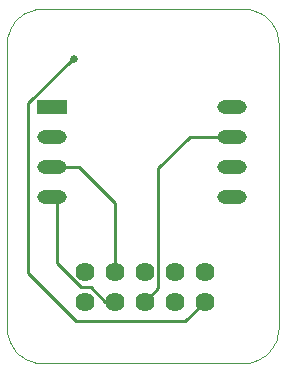
<source format=gbl>
G04*
G04 #@! TF.GenerationSoftware,Altium Limited,Altium Designer,20.1.14 (287)*
G04*
G04 Layer_Physical_Order=2*
G04 Layer_Color=16711680*
%FSLAX25Y25*%
%MOIN*%
G70*
G04*
G04 #@! TF.SameCoordinates,AECB5131-AEB6-4EF0-9EC0-680490A520C0*
G04*
G04*
G04 #@! TF.FilePolarity,Positive*
G04*
G01*
G75*
%ADD13C,0.01000*%
%ADD14C,0.00050*%
%ADD22O,0.09843X0.04724*%
%ADD23R,0.09843X0.04724*%
%ADD24C,0.06378*%
%ADD25C,0.02500*%
D13*
X21896Y101500D02*
X22500D01*
X7000Y86604D02*
X21896Y101500D01*
X7000Y30000D02*
Y86604D01*
Y30000D02*
X23000Y14000D01*
X59500D02*
X66000Y20500D01*
X23000Y14000D02*
X59500D01*
X16600Y33500D02*
Y55500D01*
X32800Y20500D02*
X36000D01*
X27900Y25400D02*
X32800Y20500D01*
X24700Y25400D02*
X27900D01*
X16600Y33500D02*
X24700Y25400D01*
X15000Y55500D02*
X16600D01*
X36000Y30500D02*
Y53500D01*
X24000Y65500D02*
X36000Y53500D01*
X15000Y65500D02*
X24000D01*
X46000Y20500D02*
X50500Y25000D01*
Y65000D01*
X61000Y75500D01*
X75000D01*
D14*
X78740Y0D02*
X79716Y40D01*
X80684Y161D01*
X81640Y361D01*
X82575Y640D01*
X83485Y995D01*
X84362Y1424D01*
X85200Y1923D01*
X85995Y2490D01*
X86739Y3121D01*
X87430Y3812D01*
X88061Y4557D01*
X88628Y5351D01*
X89128Y6190D01*
X89556Y7067D01*
X89911Y7976D01*
X90190Y8912D01*
X90390Y9867D01*
X90511Y10836D01*
X90551Y11811D01*
X90551Y106299D02*
X90511Y107275D01*
X90390Y108243D01*
X90190Y109199D01*
X89911Y110134D01*
X89556Y111044D01*
X89128Y111921D01*
X88628Y112759D01*
X88061Y113554D01*
X87430Y114299D01*
X86740Y114989D01*
X85995Y115620D01*
X85200Y116187D01*
X84362Y116687D01*
X83485Y117115D01*
X82575Y117470D01*
X81640Y117749D01*
X80684Y117949D01*
X79716Y118070D01*
X78740Y118110D01*
X11811D02*
X10836Y118070D01*
X9867Y117949D01*
X8912Y117749D01*
X7976Y117470D01*
X7067Y117115D01*
X6190Y116687D01*
X5351Y116187D01*
X4557Y115620D01*
X3812Y114989D01*
X3121Y114299D01*
X2490Y113554D01*
X1923Y112759D01*
X1424Y111921D01*
X995Y111044D01*
X640Y110134D01*
X361Y109199D01*
X161Y108243D01*
X40Y107275D01*
X-0Y106299D01*
X0Y11811D02*
X40Y10836D01*
X161Y9867D01*
X361Y8912D01*
X640Y7976D01*
X995Y7067D01*
X1424Y6190D01*
X1923Y5351D01*
X2490Y4557D01*
X3121Y3812D01*
X3812Y3121D01*
X4557Y2490D01*
X5351Y1923D01*
X6190Y1424D01*
X7067Y995D01*
X7976Y640D01*
X8912Y361D01*
X9867Y161D01*
X10836Y40D01*
X11811Y0D01*
X90551Y11811D02*
Y106299D01*
X11811Y118110D02*
X78740D01*
X0Y11811D02*
Y106299D01*
X11811Y0D02*
X78740D01*
D22*
X75000Y55500D02*
D03*
Y65500D02*
D03*
Y75500D02*
D03*
Y85500D02*
D03*
X15000Y55500D02*
D03*
Y65500D02*
D03*
Y75500D02*
D03*
D23*
Y85500D02*
D03*
D24*
X66000Y30500D02*
D03*
Y20500D02*
D03*
X56000Y30500D02*
D03*
Y20500D02*
D03*
X46000Y30500D02*
D03*
Y20500D02*
D03*
X36000Y30500D02*
D03*
Y20500D02*
D03*
X26000Y30500D02*
D03*
Y20500D02*
D03*
D25*
X22500Y101500D02*
D03*
M02*

</source>
